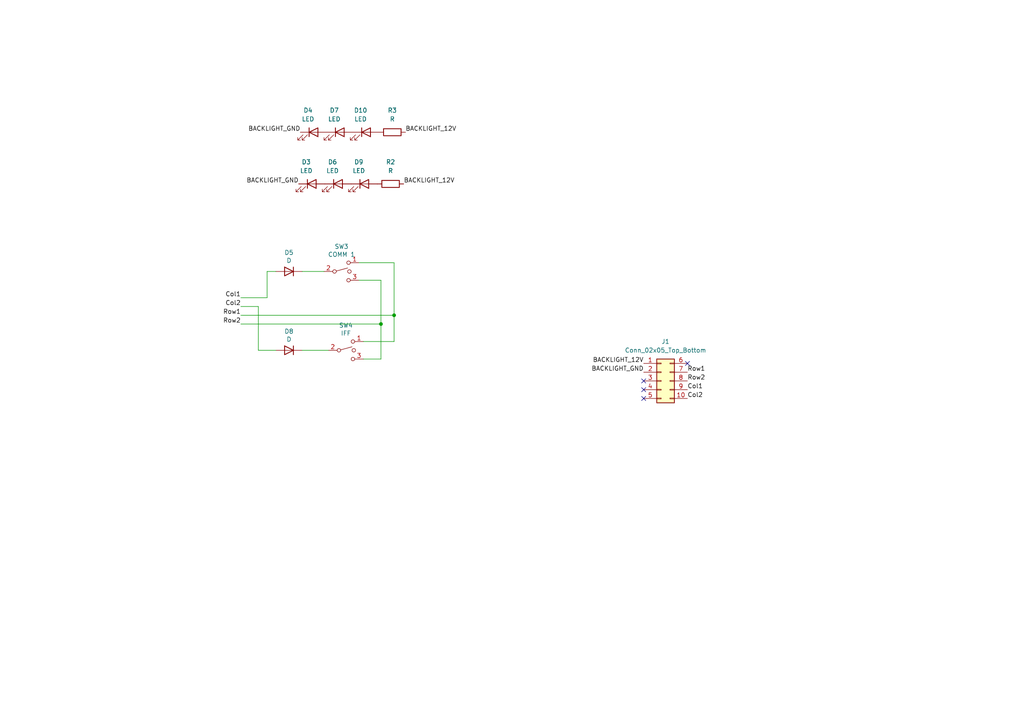
<source format=kicad_sch>
(kicad_sch (version 20231120) (generator "eeschema") (generator_version "8.0")
  (paper "A4")
  (lib_symbols
    (symbol "Connector_Generic:Conn_02x05_Top_Bottom" (pin_names (offset 1.016) hide)
      (property "Reference" "J" (at 1.27 7.62 0))
      (property "Value" "Conn_02x05_Top_Bottom" (at 1.27 -7.62 0))
      (symbol "Conn_02x05_Top_Bottom_1_1"
        (rectangle (start -1.27 -4.953) (end 0 -5.207) (stroke (width 0.1524)))
        (rectangle (start -1.27 -2.413) (end 0 -2.667) (stroke (width 0.1524)))
        (rectangle (start -1.27 0.127) (end 0 -0.127) (stroke (width 0.1524)))
        (rectangle (start -1.27 2.667) (end 0 2.413) (stroke (width 0.1524)))
        (rectangle (start -1.27 5.207) (end 0 4.953) (stroke (width 0.1524)))
        (rectangle (start -1.27 6.35) (end 3.81 -6.35) (stroke (width 0.254)) (fill (type background)))
        (rectangle (start 3.81 -4.953) (end 2.54 -5.207) (stroke (width 0.1524)))
        (rectangle (start 3.81 -2.413) (end 2.54 -2.667) (stroke (width 0.1524)))
        (rectangle (start 3.81 0.127) (end 2.54 -0.127) (stroke (width 0.1524)))
        (rectangle (start 3.81 2.667) (end 2.54 2.413) (stroke (width 0.1524)))
        (rectangle (start 3.81 5.207) (end 2.54 4.953) (stroke (width 0.1524)))
        (pin passive line (at -5.08 5.08 0) (length 3.81) (name "Pin_1") (number "1"))
        (pin passive line (at 7.62 -5.08 180) (length 3.81) (name "Pin_10") (number "10"))
        (pin passive line (at -5.08 2.54 0) (length 3.81) (name "Pin_2") (number "2"))
        (pin passive line (at -5.08 0 0) (length 3.81) (name "Pin_3") (number "3"))
        (pin passive line (at -5.08 -2.54 0) (length 3.81) (name "Pin_4") (number "4"))
        (pin passive line (at -5.08 -5.08 0) (length 3.81) (name "Pin_5") (number "5"))
        (pin passive line (at 7.62 5.08 180) (length 3.81) (name "Pin_6") (number "6"))
        (pin passive line (at 7.62 2.54 180) (length 3.81) (name "Pin_7") (number "7"))
        (pin passive line (at 7.62 0 180) (length 3.81) (name "Pin_8") (number "8"))
        (pin passive line (at 7.62 -2.54 180) (length 3.81) (name "Pin_9") (number "9"))
      )
    )
    (symbol "Device:D" (pin_numbers hide) (pin_names (offset 1.016) hide)
      (property "Reference" "D" (at 0 2.54 0))
      (property "Value" "D" (at 0 -2.54 0))
      (symbol "D_0_1"
        (polyline (pts (xy -1.27 1.27) (xy -1.27 -1.27)) (stroke (width 0.254)))
        (polyline (pts (xy 1.27 0) (xy -1.27 0)))
        (polyline (pts (xy 1.27 1.27) (xy 1.27 -1.27) (xy -1.27 0) (xy 1.27 1.27)) (stroke (width 0.254)))
      )
      (symbol "D_1_1"
        (pin passive line (at -3.81 0 0) (length 2.54) (name "K") (number "1"))
        (pin passive line (at 3.81 0 180) (length 2.54) (name "A") (number "2"))
      )
    )
    (symbol "Device:LED" (pin_numbers hide) (pin_names (offset 1.016) hide)
      (property "Reference" "D" (at 0 2.54 0))
      (property "Value" "LED" (at 0 -2.54 0))
      (symbol "LED_0_1"
        (polyline (pts (xy -1.27 -1.27) (xy -1.27 1.27)) (stroke (width 0.254)))
        (polyline (pts (xy -1.27 0) (xy 1.27 0)))
        (polyline (pts (xy 1.27 -1.27) (xy 1.27 1.27) (xy -1.27 0) (xy 1.27 -1.27)) (stroke (width 0.254)))
        (polyline (pts (xy -3.048 -0.762) (xy -4.572 -2.286) (xy -3.81 -2.286) (xy -4.572 -2.286) (xy -4.572 -1.524)))
        (polyline (pts (xy -1.778 -0.762) (xy -3.302 -2.286) (xy -2.54 -2.286) (xy -3.302 -2.286) (xy -3.302 -1.524)))
      )
      (symbol "LED_1_1"
        (pin passive line (at -3.81 0 0) (length 2.54) (name "K") (number "1"))
        (pin passive line (at 3.81 0 180) (length 2.54) (name "A") (number "2"))
      )
    )
    (symbol "Device:R" (pin_numbers hide) (pin_names (offset 0))
      (property "Reference" "R" (at 2.032 0 90))
      (property "Value" "R" (at 0 0 90))
      (symbol "R_0_1"
        (rectangle (start -1.016 -2.54) (end 1.016 2.54) (stroke (width 0.254)))
      )
      (symbol "R_1_1"
        (pin passive line (at 0 3.81 270) (length 1.27) (name "~") (number "1"))
        (pin passive line (at 0 -3.81 90) (length 1.27) (name "~") (number "2"))
      )
    )
    (symbol "OH - Left Console - 13 Antenna Select Panel-rescue:SW_SPDT_MSM-Switch" (pin_names (offset 0) hide)
      (property "Reference" "SW" (at 0 5.08 0))
      (property "Value" "Switch_SW_SPDT_MSM" (at 0 -5.08 0))
      (symbol "SW_SPDT_MSM-Switch_0_0"
        (circle (center -2.032 0) (radius 0.508))
        (polyline (pts (xy -1.524 0.127) (xy 1.778 1.016)))
        (circle (center 2.032 -2.54) (radius 0.508))
      )
      (symbol "SW_SPDT_MSM-Switch_0_1"
        (circle (center 2.032 2.54) (radius 0.508))
        (circle (center 2.286 0) (radius 0.508))
      )
      (symbol "SW_SPDT_MSM-Switch_1_1"
        (pin passive line (at 5.08 2.54 180) (length 2.54) (name "1") (number "1"))
        (pin passive line (at -5.08 0 0) (length 2.54) (name "2") (number "2"))
        (pin passive line (at 5.08 -2.54 180) (length 2.54) (name "3") (number "3"))
      )
    )
  )
  (junction (at 114.3 91.44))
  (junction (at 110.49 93.98))
  (no_connect (at 186.69 115.57))
  (no_connect (at 199.39 105.41))
  (no_connect (at 186.69 113.03))
  (no_connect (at 186.69 110.49))
  (wire (pts (xy 114.3 91.44) (xy 114.3 99.06)))
  (wire (pts (xy 87.63 101.6) (xy 95.25 101.6)))
  (wire (pts (xy 110.49 81.28) (xy 110.49 93.98)))
  (wire (pts (xy 77.47 86.36) (xy 77.47 78.74)))
  (wire (pts (xy 69.85 93.98) (xy 110.49 93.98)))
  (wire (pts (xy 77.47 78.74) (xy 80.01 78.74)))
  (wire (pts (xy 104.14 76.2) (xy 114.3 76.2)))
  (wire (pts (xy 69.85 86.36) (xy 77.47 86.36)))
  (wire (pts (xy 87.63 78.74) (xy 93.98 78.74)))
  (wire (pts (xy 110.49 93.98) (xy 110.49 104.14)))
  (wire (pts (xy 104.14 81.28) (xy 110.49 81.28)))
  (wire (pts (xy 114.3 76.2) (xy 114.3 91.44)))
  (wire (pts (xy 110.49 104.14) (xy 105.41 104.14)))
  (wire (pts (xy 69.85 91.44) (xy 114.3 91.44)))
  (wire (pts (xy 69.85 88.9) (xy 74.93 88.9)))
  (wire (pts (xy 114.3 99.06) (xy 105.41 99.06)))
  (wire (pts (xy 74.93 101.6) (xy 80.01 101.6)))
  (wire (pts (xy 74.93 88.9) (xy 74.93 101.6)))
  (label "BACKLIGHT_12V" (at 117.602 38.354 0))
  (label "BACKLIGHT_12V" (at 117.094 53.34 0))
  (label "Row2" (at 69.85 93.98 180))
  (label "BACKLIGHT_GND" (at 87.122 38.354 180))
  (label "Col1" (at 69.85 86.36 180))
  (label "Col2" (at 199.39 115.57 0))
  (label "Col1" (at 199.39 113.03 0))
  (label "Col2" (at 69.85 88.9 180))
  (label "BACKLIGHT_GND" (at 186.69 107.95 180))
  (label "Row2" (at 199.39 110.49 0))
  (label "BACKLIGHT_12V" (at 186.69 105.41 180))
  (label "Row1" (at 69.85 91.44 180))
  (label "Row1" (at 199.39 107.95 0))
  (label "BACKLIGHT_GND" (at 86.614 53.34 180))
  (symbol (lib_id "Device:D") (at 83.82 78.74 0) (mirror y) (unit 1)
    (property "Reference" "D5" (at 83.82 73.2536 0))
    (property "Value" "D" (at 83.82 75.565 0))
    (property "Footprint" "Diode_THT:D_DO-35_SOD27_P7.62mm_Horizontal" (effects (hide yes)))
  )
  (symbol (lib_id "Device:D") (at 83.82 101.6 0) (mirror y) (unit 1)
    (property "Reference" "D8" (at 83.82 96.1136 0))
    (property "Value" "D" (at 83.82 98.425 0))
    (property "Footprint" "Diode_THT:D_DO-35_SOD27_P7.62mm_Horizontal" (effects (hide yes)))
  )
  (symbol (lib_id "Device:R") (at 113.284 53.34 90) (unit 1)
    (property "Reference" "R2" (at 113.284 46.99 90))
    (property "Value" "R" (at 113.284 49.53 90))
    (property "Footprint" "Resistor_THT:R_Axial_DIN0204_L3.6mm_D1.6mm_P7.62mm_Horizontal" (effects (hide yes)))
  )
  (symbol (lib_id "OH - Left Console - 13 Antenna Select Panel-rescue:SW_SPDT_MSM-Switch") (at 100.33 101.6 0) (unit 1)
    (property "Reference" "SW4" (at 100.33 94.361 0))
    (property "Value" "IFF" (at 100.33 96.6724 0))
    (property "Footprint" "Connector_Molex:Molex_KK-254_AE-6410-03A_1x03_P2.54mm_Vertical" (effects (hide yes)))
  )
  (symbol (lib_id "Device:R") (at 113.792 38.354 90) (unit 1)
    (property "Reference" "R3" (at 113.792 32.004 90))
    (property "Value" "R" (at 113.792 34.544 90))
    (property "Footprint" "Resistor_THT:R_Axial_DIN0204_L3.6mm_D1.6mm_P7.62mm_Horizontal" (effects (hide yes)))
  )
  (symbol (lib_id "Device:LED") (at 98.044 53.34 0) (unit 1)
    (property "Reference" "D6" (at 96.4565 46.99 0))
    (property "Value" "LED" (at 96.4565 49.53 0))
    (property "Footprint" "LED_THT:LED_D3.0mm_FlatTop" (effects (hide yes)))
  )
  (symbol (lib_id "Device:LED") (at 105.664 53.34 0) (unit 1)
    (property "Reference" "D9" (at 104.0765 46.99 0))
    (property "Value" "LED" (at 104.0765 49.53 0))
    (property "Footprint" "LED_THT:LED_D3.0mm_FlatTop" (effects (hide yes)))
  )
  (symbol (lib_id "Device:LED") (at 98.552 38.354 0) (unit 1)
    (property "Reference" "D7" (at 96.9645 32.004 0))
    (property "Value" "LED" (at 96.9645 34.544 0))
    (property "Footprint" "LED_THT:LED_D3.0mm_FlatTop" (effects (hide yes)))
  )
  (symbol (lib_id "Connector_Generic:Conn_02x05_Top_Bottom") (at 191.77 110.49 0) (unit 1)
    (property "Reference" "J1" (at 193.04 99.06 0))
    (property "Value" "Conn_02x05_Top_Bottom" (at 193.04 101.6 0))
    (property "Footprint" "Connector_IDC:IDC-Header_2x05_P2.54mm_Vertical" (effects (hide yes)))
    (property "Description" "Generic connector, double row, 02x05, top/bottom pin numbering scheme (row 1: 1...pins_per_row, row2: pins_per_row+1 ... num_pins), script generated (kicad-library-utils/schlib/autogen/connector/)" (effects (hide yes)))
  )
  (symbol (lib_id "Device:LED") (at 90.424 53.34 0) (unit 1)
    (property "Reference" "D3" (at 88.8365 46.99 0))
    (property "Value" "LED" (at 88.8365 49.53 0))
    (property "Footprint" "LED_THT:LED_D3.0mm_FlatTop" (effects (hide yes)))
  )
  (symbol (lib_id "Device:LED") (at 90.932 38.354 0) (unit 1)
    (property "Reference" "D4" (at 89.3445 32.004 0))
    (property "Value" "LED" (at 89.3445 34.544 0))
    (property "Footprint" "LED_THT:LED_D3.0mm_FlatTop" (effects (hide yes)))
  )
  (symbol (lib_id "Device:LED") (at 106.172 38.354 0) (unit 1)
    (property "Reference" "D10" (at 104.5845 32.004 0))
    (property "Value" "LED" (at 104.5845 34.544 0))
    (property "Footprint" "LED_THT:LED_D3.0mm_FlatTop" (effects (hide yes)))
  )
  (symbol (lib_id "OH - Left Console - 13 Antenna Select Panel-rescue:SW_SPDT_MSM-Switch") (at 99.06 78.74 0) (unit 1)
    (property "Reference" "SW3" (at 99.06 71.501 0))
    (property "Value" "COMM 1" (at 99.06 73.8124 0))
    (property "Footprint" "Connector_Molex:Molex_KK-254_AE-6410-03A_1x03_P2.54mm_Vertical" (effects (hide yes)))
  )
)
</source>
